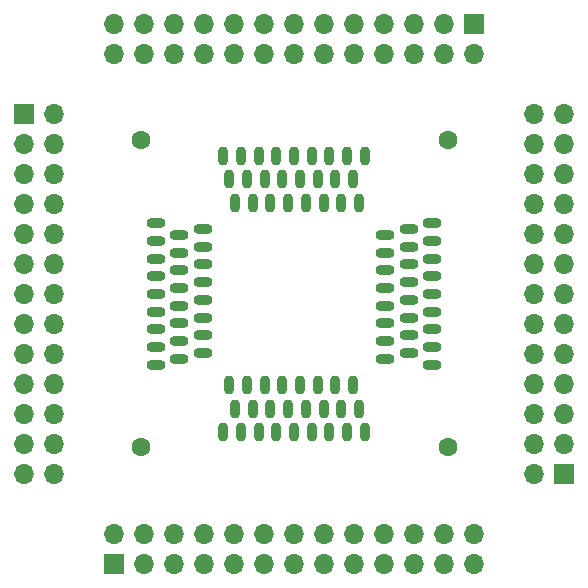
<source format=gbr>
%TF.GenerationSoftware,KiCad,Pcbnew,5.99.0-unknown-1463dd1~101~ubuntu20.04.1*%
%TF.CreationDate,2020-07-07T22:40:52-04:00*%
%TF.ProjectId,QFPbreakout,51465062-7265-4616-9b6f-75742e6b6963,rev?*%
%TF.SameCoordinates,Original*%
%TF.FileFunction,Soldermask,Bot*%
%TF.FilePolarity,Negative*%
%FSLAX46Y46*%
G04 Gerber Fmt 4.6, Leading zero omitted, Abs format (unit mm)*
G04 Created by KiCad (PCBNEW 5.99.0-unknown-1463dd1~101~ubuntu20.04.1) date 2020-07-07 22:40:52*
%MOMM*%
%LPD*%
G01*
G04 APERTURE LIST*
%ADD10C,1.600000*%
%ADD11O,1.600000X0.900000*%
%ADD12O,0.900000X1.600000*%
%ADD13O,1.700000X1.700000*%
%ADD14R,1.700000X1.700000*%
G04 APERTURE END LIST*
D10*
%TO.C,U1*%
X87000000Y-113000000D03*
X113000000Y-87000000D03*
X87000000Y-87000000D03*
X113000000Y-113000000D03*
D11*
X90300000Y-99500000D03*
X90300000Y-96500000D03*
X88300000Y-101500000D03*
X88300000Y-98500000D03*
X88300000Y-103000000D03*
X92300000Y-94500000D03*
X90300000Y-102500000D03*
X90300000Y-104000000D03*
X88300000Y-94000000D03*
X92300000Y-96000000D03*
X92300000Y-99000000D03*
X88300000Y-95500000D03*
X92300000Y-97500000D03*
X88300000Y-100000000D03*
X92300000Y-103500000D03*
X92300000Y-102000000D03*
X88300000Y-106000000D03*
X88300000Y-97000000D03*
X90300000Y-105500000D03*
X90300000Y-95000000D03*
X90300000Y-98000000D03*
X88300000Y-104500000D03*
X92300000Y-105000000D03*
X92300000Y-100500000D03*
X90300000Y-101000000D03*
D12*
X99000000Y-90300000D03*
X103500000Y-90300000D03*
X103000000Y-88300000D03*
X100500000Y-90300000D03*
X101000000Y-92300000D03*
X95000000Y-92300000D03*
X104000000Y-92300000D03*
X100000000Y-88300000D03*
X98500000Y-88300000D03*
X105500000Y-92300000D03*
X95500000Y-88300000D03*
X94000000Y-88300000D03*
X97000000Y-88300000D03*
X105000000Y-90300000D03*
X98000000Y-92300000D03*
X102000000Y-90300000D03*
X101500000Y-88300000D03*
X96500000Y-92300000D03*
X104500000Y-88300000D03*
X102500000Y-92300000D03*
X94500000Y-90300000D03*
X99500000Y-92300000D03*
X106000000Y-88300000D03*
X97500000Y-90300000D03*
X96000000Y-90300000D03*
D11*
X109700000Y-94500000D03*
X107700000Y-99500000D03*
X107700000Y-104000000D03*
X109700000Y-97500000D03*
X109700000Y-96000000D03*
X107700000Y-98000000D03*
X107700000Y-95000000D03*
X111700000Y-106000000D03*
X111700000Y-95500000D03*
X109700000Y-105000000D03*
X107700000Y-101000000D03*
X109700000Y-100500000D03*
X109700000Y-102000000D03*
X109700000Y-103500000D03*
X109700000Y-99000000D03*
X111700000Y-104500000D03*
X111700000Y-98500000D03*
X111700000Y-103000000D03*
X111700000Y-94000000D03*
X107700000Y-105500000D03*
X111700000Y-101500000D03*
X107700000Y-96500000D03*
X111700000Y-97000000D03*
X107700000Y-102500000D03*
X111700000Y-100000000D03*
D12*
X100000000Y-111700000D03*
X99500000Y-109700000D03*
X99000000Y-107700000D03*
X98000000Y-109700000D03*
X97500000Y-107700000D03*
X98500000Y-111700000D03*
X95500000Y-111700000D03*
X96500000Y-109700000D03*
X94500000Y-107700000D03*
X96000000Y-107700000D03*
X97000000Y-111700000D03*
X95000000Y-109700000D03*
X94000000Y-111700000D03*
X100500000Y-107700000D03*
X104500000Y-111700000D03*
X103000000Y-111700000D03*
X101500000Y-111700000D03*
X105500000Y-109700000D03*
X103500000Y-107700000D03*
X105000000Y-107700000D03*
X106000000Y-111700000D03*
X102000000Y-107700000D03*
X102500000Y-109700000D03*
X101000000Y-109700000D03*
X104000000Y-109700000D03*
%TD*%
D13*
%TO.C,J1*%
X115240000Y-120320000D03*
X115240000Y-122860000D03*
X112700000Y-120320000D03*
X112700000Y-122860000D03*
X110160000Y-120320000D03*
X110160000Y-122860000D03*
X107620000Y-120320000D03*
X107620000Y-122860000D03*
X105080000Y-120320000D03*
X105080000Y-122860000D03*
X102540000Y-120320000D03*
X102540000Y-122860000D03*
X100000000Y-120320000D03*
X100000000Y-122860000D03*
X97460000Y-120320000D03*
X97460000Y-122860000D03*
X94920000Y-120320000D03*
X94920000Y-122860000D03*
X92380000Y-120320000D03*
X92380000Y-122860000D03*
X89840000Y-120320000D03*
X89840000Y-122860000D03*
X87300000Y-120320000D03*
X87300000Y-122860000D03*
X84760000Y-120320000D03*
D14*
X84760000Y-122860000D03*
%TD*%
D13*
%TO.C,J4*%
X79680000Y-115240000D03*
X77140000Y-115240000D03*
X79680000Y-112700000D03*
X77140000Y-112700000D03*
X79680000Y-110160000D03*
X77140000Y-110160000D03*
X79680000Y-107620000D03*
X77140000Y-107620000D03*
X79680000Y-105080000D03*
X77140000Y-105080000D03*
X79680000Y-102540000D03*
X77140000Y-102540000D03*
X79680000Y-100000000D03*
X77140000Y-100000000D03*
X79680000Y-97460000D03*
X77140000Y-97460000D03*
X79680000Y-94920000D03*
X77140000Y-94920000D03*
X79680000Y-92380000D03*
X77140000Y-92380000D03*
X79680000Y-89840000D03*
X77140000Y-89840000D03*
X79680000Y-87300000D03*
X77140000Y-87300000D03*
X79680000Y-84760000D03*
D14*
X77140000Y-84760000D03*
%TD*%
D13*
%TO.C,J3*%
X84760000Y-79680000D03*
X84760000Y-77140000D03*
X87300000Y-79680000D03*
X87300000Y-77140000D03*
X89840000Y-79680000D03*
X89840000Y-77140000D03*
X92380000Y-79680000D03*
X92380000Y-77140000D03*
X94920000Y-79680000D03*
X94920000Y-77140000D03*
X97460000Y-79680000D03*
X97460000Y-77140000D03*
X100000000Y-79680000D03*
X100000000Y-77140000D03*
X102540000Y-79680000D03*
X102540000Y-77140000D03*
X105080000Y-79680000D03*
X105080000Y-77140000D03*
X107620000Y-79680000D03*
X107620000Y-77140000D03*
X110160000Y-79680000D03*
X110160000Y-77140000D03*
X112700000Y-79680000D03*
X112700000Y-77140000D03*
X115240000Y-79680000D03*
D14*
X115240000Y-77140000D03*
%TD*%
D13*
%TO.C,J2*%
X120320000Y-84760000D03*
X122860000Y-84760000D03*
X120320000Y-87300000D03*
X122860000Y-87300000D03*
X120320000Y-89840000D03*
X122860000Y-89840000D03*
X120320000Y-92380000D03*
X122860000Y-92380000D03*
X120320000Y-94920000D03*
X122860000Y-94920000D03*
X120320000Y-97460000D03*
X122860000Y-97460000D03*
X120320000Y-100000000D03*
X122860000Y-100000000D03*
X120320000Y-102540000D03*
X122860000Y-102540000D03*
X120320000Y-105080000D03*
X122860000Y-105080000D03*
X120320000Y-107620000D03*
X122860000Y-107620000D03*
X120320000Y-110160000D03*
X122860000Y-110160000D03*
X120320000Y-112700000D03*
X122860000Y-112700000D03*
X120320000Y-115240000D03*
D14*
X122860000Y-115240000D03*
%TD*%
M02*

</source>
